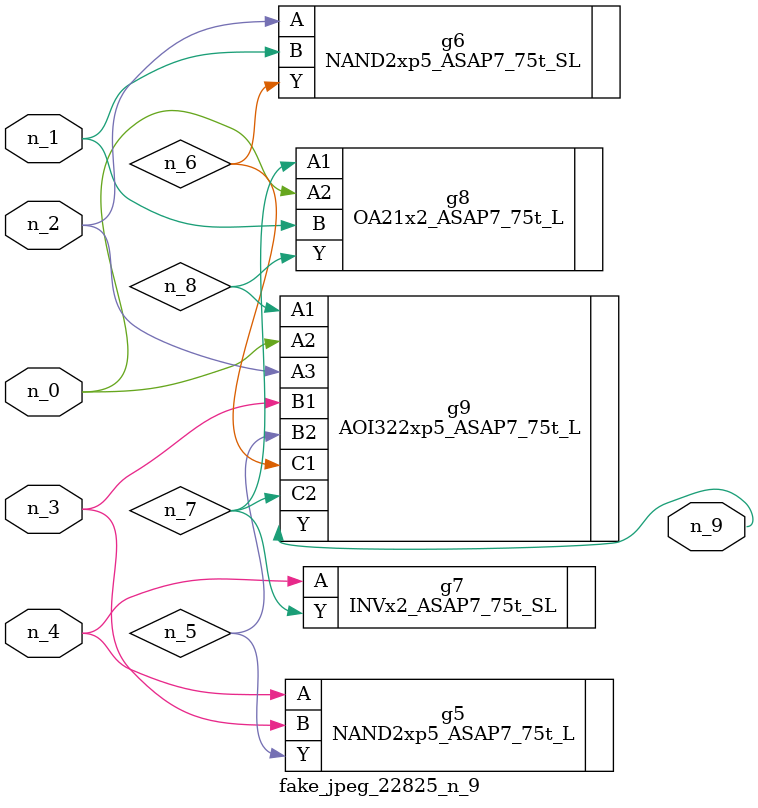
<source format=v>
module fake_jpeg_22825_n_9 (n_3, n_2, n_1, n_0, n_4, n_9);

input n_3;
input n_2;
input n_1;
input n_0;
input n_4;

output n_9;

wire n_8;
wire n_6;
wire n_5;
wire n_7;

NAND2xp5_ASAP7_75t_L g5 ( 
.A(n_4),
.B(n_3),
.Y(n_5)
);

NAND2xp5_ASAP7_75t_SL g6 ( 
.A(n_2),
.B(n_1),
.Y(n_6)
);

INVx2_ASAP7_75t_SL g7 ( 
.A(n_4),
.Y(n_7)
);

OA21x2_ASAP7_75t_L g8 ( 
.A1(n_7),
.A2(n_0),
.B(n_1),
.Y(n_8)
);

AOI322xp5_ASAP7_75t_L g9 ( 
.A1(n_8),
.A2(n_0),
.A3(n_2),
.B1(n_3),
.B2(n_5),
.C1(n_6),
.C2(n_7),
.Y(n_9)
);


endmodule
</source>
